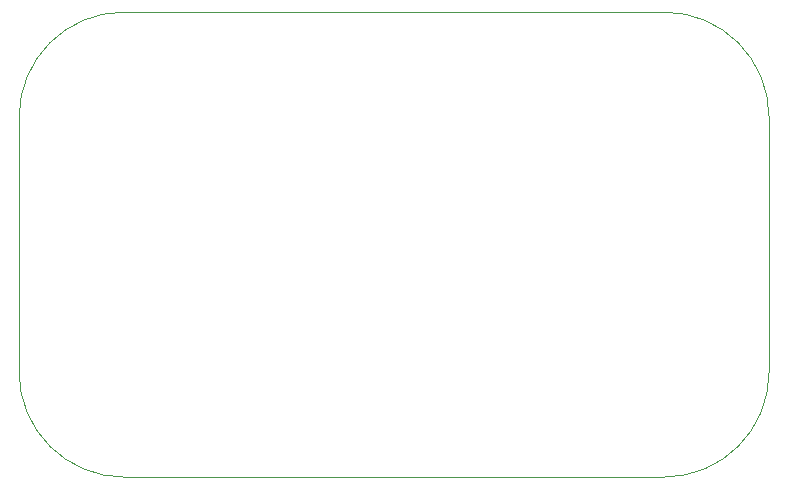
<source format=gbr>
%TF.GenerationSoftware,KiCad,Pcbnew,(5.1.7)-1*%
%TF.CreationDate,2021-12-08T22:40:21+02:00*%
%TF.ProjectId,single_transistor_amp,73696e67-6c65-45f7-9472-616e73697374,V1.0*%
%TF.SameCoordinates,Original*%
%TF.FileFunction,Profile,NP*%
%FSLAX46Y46*%
G04 Gerber Fmt 4.6, Leading zero omitted, Abs format (unit mm)*
G04 Created by KiCad (PCBNEW (5.1.7)-1) date 2021-12-08 22:40:21*
%MOMM*%
%LPD*%
G01*
G04 APERTURE LIST*
%TA.AperFunction,Profile*%
%ADD10C,0.050000*%
%TD*%
G04 APERTURE END LIST*
D10*
X158750000Y-128270000D02*
G75*
G02*
X149860000Y-137160000I-8890000J0D01*
G01*
X104140000Y-137160000D02*
X149860000Y-137160000D01*
X95250000Y-128270000D02*
X95250000Y-106680000D01*
X104140000Y-137160000D02*
G75*
G02*
X95250000Y-128270000I0J8890000D01*
G01*
X158750000Y-128270000D02*
X158750000Y-106680000D01*
X149860000Y-97790000D02*
X104140000Y-97790000D01*
X95250000Y-106680000D02*
G75*
G02*
X104140000Y-97790000I8890000J0D01*
G01*
X149860000Y-97790000D02*
G75*
G02*
X158750000Y-106680000I0J-8890000D01*
G01*
M02*

</source>
